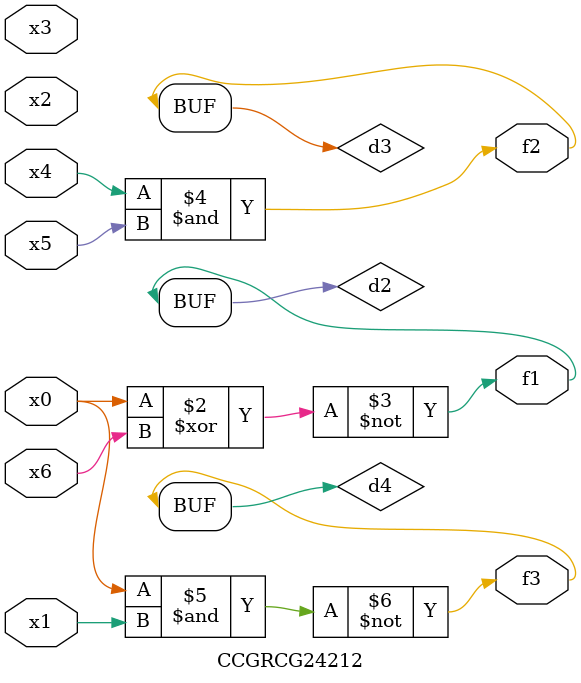
<source format=v>
module CCGRCG24212(
	input x0, x1, x2, x3, x4, x5, x6,
	output f1, f2, f3
);

	wire d1, d2, d3, d4;

	nor (d1, x0);
	xnor (d2, x0, x6);
	and (d3, x4, x5);
	nand (d4, x0, x1);
	assign f1 = d2;
	assign f2 = d3;
	assign f3 = d4;
endmodule

</source>
